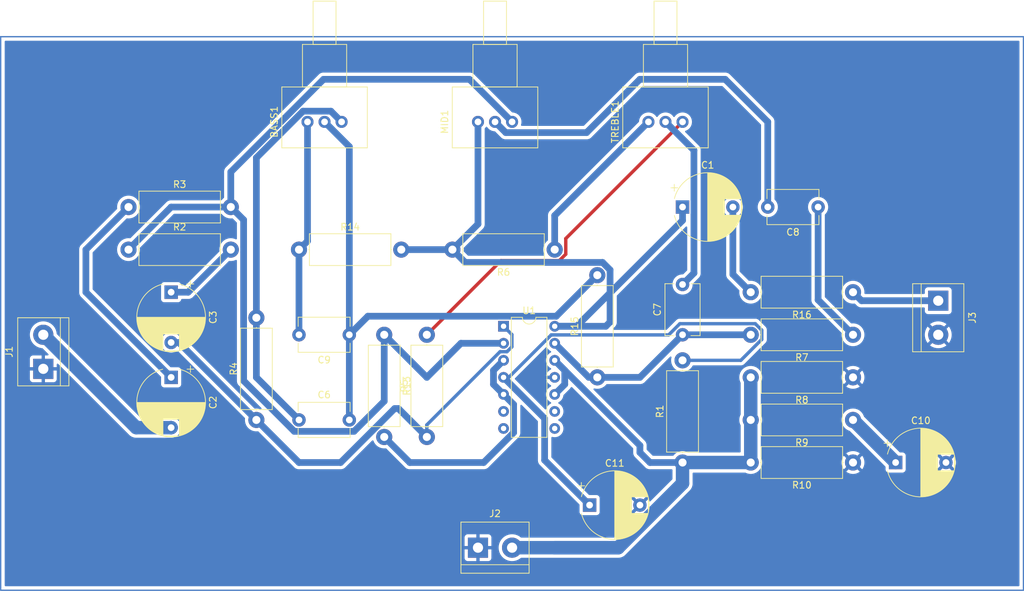
<source format=kicad_pcb>
(kicad_pcb (version 20221018) (generator pcbnew)
  (title_block (title "Active Tone Control Module ") (date "07.04.2023") (rev "1.0") (company "by Muxtar_Safarov"))
  (layers (0 "F.Cu" signal) (31 "B.Cu" signal) (34 "B.Paste" user) (35 "F.Paste" user) (36 "B.SilkS" user "B.Silkscreen") (37 "F.SilkS" user "F.Silkscreen") (38 "B.Mask" user) (39 "F.Mask" user) (44 "Edge.Cuts" user))
  (net 0 "")
  (net 1 "Net-(BASS1-Pad1)")
  (net 2 "BASS")
  (net 3 "Net-(BASS1-Pad3)")
  (net 4 "P4 Vout")
  (net 5 "Net-(C1-Pad2)")
  (net 6 "Net-(C2-Pad1)")
  (net 7 "Net-(J1-Pin_2)")
  (net 8 "Net-(C3-Pad1)")
  (net 9 "CONN")
  (net 10 "Net-(U1D--)")
  (net 11 "TREBLE")
  (net 12 "Net-(C8-Pad1)")
  (net 13 "MID")
  (net 14 "Net-(C10-Pad1)")
  (net 15 "Earth")
  (net 16 "Net-(U1E-V+)")
  (net 17 "VCC")
  (net 18 "Net-(J3-Pin_1)")
  (net 19 "Net-(U1A--)")
  (net 20 "Net-(R5-Pad2)")
  (net 21 "Net-(R6-Pad1)")
  (net 22 "Net-(U1A-+)")
  (footprint "Resistor_THT:R_Axial_DIN0414_L11.9mm_D4.5mm_P15.24mm_Horizontal" (layer "F.Cu") (at 57.15 57.15)
    (fp_text reference "R3" (at 7.62 -3.37) (layer "F.SilkS"))
    (fp_text value "47K")
    (pad "1" thru_hole circle (at 0 0) (size 2.4 2.4) (drill 1.2) (layers "*.Cu" "*.Mask") (net 6 "Net-(C2-Pad1)"))
    (pad "2" thru_hole oval (at 15.24 0) (size 2.4 2.4) (drill 1.2) (layers "*.Cu" "*.Mask") (net 19 "Net-(U1A--)"))
  )
  (footprint "Capacitor_THT:C_Disc_D7.5mm_W5.0mm_P7.50mm" (layer "F.Cu") (at 82.55 88.9)
    (fp_text reference "C6" (at 3.75 -3.75) (layer "F.SilkS"))
    (fp_text value "22nF")
    (pad "1" thru_hole circle (at 0 0) (size 2 2) (drill 1) (layers "*.Cu" "*.Mask") (net 1 "Net-(BASS1-Pad1)"))
    (pad "2" thru_hole circle (at 7.5 0) (size 2 2) (drill 1) (layers "*.Cu" "*.Mask") (net 2 "BASS"))
  )
  (footprint "TerminalBlock:TerminalBlock_bornier-2_P5.08mm" (layer "F.Cu") (at 109.22 107.95)
    (fp_text reference "J2" (at 2.54 -5.08) (layer "F.SilkS"))
    (fp_text value "VCC")
    (pad "1" thru_hole rect (at 0 0) (size 3 3) (drill 1.52) (layers "*.Cu" "*.Mask") (net 15 "Earth"))
    (pad "2" thru_hole circle (at 5.08 0) (size 3 3) (drill 1.52) (layers "*.Cu" "*.Mask") (net 17 "VCC"))
  )
  (footprint "Capacitor_THT:CP_Radial_D10.0mm_P7.50mm" (layer "F.Cu") (at 171.45 95.25)
    (fp_text reference "C10" (at 3.75 -6.25) (layer "F.SilkS"))
    (fp_text value "47uF")
    (pad "1" thru_hole rect (at 0 0) (size 2 2) (drill 1) (layers "*.Cu" "*.Mask") (net 14 "Net-(C10-Pad1)"))
    (pad "2" thru_hole circle (at 7.5 0) (size 2 2) (drill 1) (layers "*.Cu" "*.Mask") (net 15 "Earth"))
  )
  (footprint "Capacitor_THT:CP_Radial_D10.0mm_P7.50mm" (layer "F.Cu") (at 63.5 69.85 -90)
    (fp_text reference "C3" (at 3.75 -6.25 90) (layer "F.SilkS"))
    (fp_text value "1uF")
    (pad "1" thru_hole rect (at 0 0 270) (size 2 2) (drill 1) (layers "*.Cu" "*.Mask") (net 8 "Net-(C3-Pad1)"))
    (pad "2" thru_hole circle (at 7.5 0 270) (size 2 2) (drill 1) (layers "*.Cu" "*.Mask") (net 9 "CONN"))
  )
  (footprint "Resistor_THT:R_Axial_DIN0414_L11.9mm_D4.5mm_P15.24mm_Horizontal" (layer "F.Cu") (at 57.15 63.5)
    (fp_text reference "R2" (at 7.62 -3.37) (layer "F.SilkS"))
    (fp_text value "22K")
    (pad "1" thru_hole circle (at 0 0) (size 2.4 2.4) (drill 1.2) (layers "*.Cu" "*.Mask") (net 19 "Net-(U1A--)"))
    (pad "2" thru_hole oval (at 15.24 0) (size 2.4 2.4) (drill 1.2) (layers "*.Cu" "*.Mask") (net 8 "Net-(C3-Pad1)"))
  )
  (footprint "TerminalBlock:TerminalBlock_bornier-2_P5.08mm" (layer "F.Cu") (at 44.45 81.28 90)
    (fp_text reference "J1" (at 2.54 -5.08 90) (layer "F.SilkS"))
    (fp_text value "Sound INPUT ")
    (pad "1" thru_hole rect (at 0 0 90) (size 3 3) (drill 1.52) (layers "*.Cu" "*.Mask") (net 15 "Earth"))
    (pad "2" thru_hole circle (at 5.08 0 90) (size 3 3) (drill 1.52) (layers "*.Cu" "*.Mask") (net 7 "Net-(J1-Pin_2)"))
  )
  (footprint "Resistor_THT:R_Axial_DIN0414_L11.9mm_D4.5mm_P15.24mm_Horizontal" (layer "F.Cu") (at 101.6 91.44 90)
    (fp_text reference "R5" (at 7.62 -3.37 90) (layer "F.SilkS"))
    (fp_text value "1K")
    (pad "1" thru_hole circle (at 0 0 90) (size 2.4 2.4) (drill 1.2) (layers "*.Cu" "*.Mask") (net 9 "CONN"))
    (pad "2" thru_hole oval (at 15.24 0 90) (size 2.4 2.4) (drill 1.2) (layers "*.Cu" "*.Mask") (net 20 "Net-(R5-Pad2)"))
  )
  (footprint "Resistor_THT:R_Axial_DIN0414_L11.9mm_D4.5mm_P15.24mm_Horizontal" (layer "F.Cu") (at 139.7 95.25 90)
    (fp_text reference "R1" (at 7.62 -3.37 90) (layer "F.SilkS"))
    (fp_text value "270R")
    (pad "1" thru_hole circle (at 0 0 90) (size 2.4 2.4) (drill 1.2) (layers "*.Cu" "*.Mask") (net 17 "VCC"))
    (pad "2" thru_hole oval (at 15.24 0 90) (size 2.4 2.4) (drill 1.2) (layers "*.Cu" "*.Mask") (net 16 "Net-(U1E-V+)"))
  )
  (footprint "Resistor_THT:R_Axial_DIN0414_L11.9mm_D4.5mm_P15.24mm_Horizontal" (layer "F.Cu") (at 127 82.55 90)
    (fp_text reference "R15" (at 7.62 -3.37 90) (layer "F.SilkS"))
    (fp_text value "16K")
    (pad "1" thru_hole circle (at 0 0 90) (size 2.4 2.4) (drill 1.2) (layers "*.Cu" "*.Mask") (net 10 "Net-(U1D--)"))
    (pad "2" thru_hole oval (at 15.24 0 90) (size 2.4 2.4) (drill 1.2) (layers "*.Cu" "*.Mask") (net 2 "BASS"))
  )
  (footprint "Capacitor_THT:CP_Radial_D10.0mm_P7.50mm" (layer "F.Cu") (at 139.7 57.15)
    (fp_text reference "C1" (at 3.75 -6.25) (layer "F.SilkS"))
    (fp_text value "1uF")
    (pad "1" thru_hole rect (at 0 0) (size 2 2) (drill 1) (layers "*.Cu" "*.Mask") (net 4 "P4 Vout"))
    (pad "2" thru_hole circle (at 7.5 0) (size 2 2) (drill 1) (layers "*.Cu" "*.Mask") (net 5 "Net-(C1-Pad2)"))
  )
  (footprint "Potentiometer_THT:Potentiometer_Vishay_148-149_Single_Horizontal" (layer "F.Cu") (at 114.3 44.45 90)
    (fp_text reference "MID1" (at 0 -10.04 90) (layer "F.SilkS"))
    (fp_text value "100K")
    (pad "1" thru_hole circle (at 0 0 90) (size 1.8 1.8) (drill 1) (layers "*.Cu" "*.Mask") (net 19 "Net-(U1A--)"))
    (pad "2" thru_hole circle (at 0 -2.54 90) (size 1.8 1.8) (drill 1) (layers "*.Cu" "*.Mask") (net 13 "MID"))
    (pad "3" thru_hole circle (at 0 -5.08 90) (size 1.8 1.8) (drill 1) (layers "*.Cu" "*.Mask") (net 4 "P4 Vout"))
  )
  (footprint "Resistor_THT:R_Axial_DIN0414_L11.9mm_D4.5mm_P15.24mm_Horizontal" (layer "F.Cu") (at 165.1 82.55 180)
    (fp_text reference "R8" (at 7.62 -3.37) (layer "F.SilkS"))
    (fp_text value "10K")
    (pad "1" thru_hole circle (at 0 0 180) (size 2.4 2.4) (drill 1.2) (layers "*.Cu" "*.Mask") (net 15 "Earth"))
    (pad "2" thru_hole oval (at 15.24 0 180) (size 2.4 2.4) (drill 1.2) (layers "*.Cu" "*.Mask") (net 17 "VCC"))
  )
  (footprint "Capacitor_THT:C_Disc_D7.5mm_W5.0mm_P7.50mm" (layer "F.Cu") (at 159.9 57.15 180)
    (fp_text reference "C8" (at 3.75 -3.75) (layer "F.SilkS"))
    (fp_text value "10nF")
    (pad "1" thru_hole circle (at 0 0 180) (size 2 2) (drill 1) (layers "*.Cu" "*.Mask") (net 12 "Net-(C8-Pad1)"))
    (pad "2" thru_hole circle (at 7.5 0 180) (size 2 2) (drill 1) (layers "*.Cu" "*.Mask") (net 13 "MID"))
  )
  (footprint "Resistor_THT:R_Axial_DIN0414_L11.9mm_D4.5mm_P15.24mm_Horizontal" (layer "F.Cu") (at 120.65 63.5 180)
    (fp_text reference "R6" (at 7.62 -3.37) (layer "F.SilkS"))
    (fp_text value "10K")
    (pad "1" thru_hole circle (at 0 0 180) (size 2.4 2.4) (drill 1.2) (layers "*.Cu" "*.Mask") (net 21 "Net-(R6-Pad1)"))
    (pad "2" thru_hole oval (at 15.24 0 180) (size 2.4 2.4) (drill 1.2) (layers "*.Cu" "*.Mask") (net 4 "P4 Vout"))
  )
  (footprint "Capacitor_THT:C_Disc_D7.5mm_W5.0mm_P7.50mm" (layer "F.Cu") (at 139.7 76.2 90)
    (fp_text reference "C7" (at 3.75 -3.75 90) (layer "F.SilkS"))
    (fp_text value "3,3nF")
    (pad "1" thru_hole circle (at 0 0 90) (size 2 2) (drill 1) (layers "*.Cu" "*.Mask") (net 10 "Net-(U1D--)"))
    (pad "2" thru_hole circle (at 7.5 0 90) (size 2 2) (drill 1) (layers "*.Cu" "*.Mask") (net 11 "TREBLE"))
  )
  (footprint "Resistor_THT:R_Axial_DIN0414_L11.9mm_D4.5mm_P15.24mm_Horizontal" (layer "F.Cu") (at 165.1 95.25 180)
    (fp_text reference "R10" (at 7.62 -3.37) (layer "F.SilkS"))
    (fp_text value "10K")
    (pad "1" thru_hole circle (at 0 0 180) (size 2.4 2.4) (drill 1.2) (layers "*.Cu" "*.Mask") (net 15 "Earth"))
    (pad "2" thru_hole oval (at 15.24 0 180) (size 2.4 2.4) (drill 1.2) (layers "*.Cu" "*.Mask") (net 17 "VCC"))
  )
  (footprint "Resistor_THT:R_Axial_DIN0414_L11.9mm_D4.5mm_P15.24mm_Horizontal" (layer "F.Cu") (at 165.1 69.85 180)
    (fp_text reference "R16" (at 7.62 -3.37) (layer "F.SilkS"))
    (fp_text value "5,6K")
    (pad "1" thru_hole circle (at 0 0 180) (size 2.4 2.4) (drill 1.2) (layers "*.Cu" "*.Mask") (net 18 "Net-(J3-Pin_1)"))
    (pad "2" thru_hole oval (at 15.24 0 180) (size 2.4 2.4) (drill 1.2) (layers "*.Cu" "*.Mask") (net 5 "Net-(C1-Pad2)"))
  )
  (footprint "TerminalBlock:TerminalBlock_bornier-2_P5.08mm" (layer "F.Cu") (at 177.8 71.12 -90)
    (fp_text reference "J3" (at 2.54 -5.08 90) (layer "F.SilkS"))
    (fp_text value "Amplifier ")
    (pad "1" thru_hole rect (at 0 0 270) (size 3 3) (drill 1.52) (layers "*.Cu" "*.Mask") (net 18 "Net-(J3-Pin_1)"))
    (pad "2" thru_hole circle (at 5.08 0 270) (size 3 3) (drill 1.52) (layers "*.Cu" "*.Mask") (net 15 "Earth"))
  )
  (footprint "Resistor_THT:R_Axial_DIN0414_L11.9mm_D4.5mm_P15.24mm_Horizontal" (layer "F.Cu") (at 165.1 76.2 180)
    (fp_text reference "R7" (at 7.62 -3.37) (layer "F.SilkS"))
    (fp_text value "22K")
    (pad "1" thru_hole circle (at 0 0 180) (size 2.4 2.4) (drill 1.2) (layers "*.Cu" "*.Mask") (net 12 "Net-(C8-Pad1)"))
    (pad "2" thru_hole oval (at 15.24 0 180) (size 2.4 2.4) (drill 1.2) (layers "*.Cu" "*.Mask") (net 10 "Net-(U1D--)"))
  )
  (footprint "Resistor_THT:R_Axial_DIN0414_L11.9mm_D4.5mm_P15.24mm_Horizontal" (layer "F.Cu") (at 95.25 76.2 -90)
    (fp_text reference "R13" (at 7.62 -3.37 90) (layer "F.SilkS"))
    (fp_text value "22K")
    (pad "1" thru_hole circle (at 0 0 270) (size 2.4 2.4) (drill 1.2) (layers "*.Cu" "*.Mask") (net 19 "Net-(U1A--)"))
    (pad "2" thru_hole oval (at 15.24 0 270) (size 2.4 2.4) (drill 1.2) (layers "*.Cu" "*.Mask") (net 22 "Net-(U1A-+)"))
  )
  (footprint "Resistor_THT:R_Axial_DIN0414_L11.9mm_D4.5mm_P15.24mm_Horizontal" (layer "F.Cu") (at 165.1 88.9 180)
    (fp_text reference "R9" (at 7.62 -3.37) (layer "F.SilkS"))
    (fp_text value "10K")
    (pad "1" thru_hole circle (at 0 0 180) (size 2.4 2.4) (drill 1.2) (layers "*.Cu" "*.Mask") (net 14 "Net-(C10-Pad1)"))
    (pad "2" thru_hole oval (at 15.24 0 180) (size 2.4 2.4) (drill 1.2) (layers "*.Cu" "*.Mask") (net 17 "VCC"))
  )
  (footprint "Potentiometer_THT:Potentiometer_Vishay_148-149_Single_Horizontal" (layer "F.Cu") (at 88.9 44.45 90)
    (fp_text reference "BASS1" (at 0 -10.04 90) (layer "F.SilkS"))
    (fp_text value "100K")
    (pad "1" thru_hole circle (at 0 0 90) (size 1.8 1.8) (drill 1) (layers "*.Cu" "*.Mask") (net 1 "Net-(BASS1-Pad1)"))
    (pad "2" thru_hole circle (at 0 -2.54 90) (size 1.8 1.8) (drill 1) (layers "*.Cu" "*.Mask") (net 2 "BASS"))
    (pad "3" thru_hole circle (at 0 -5.08 90) (size 1.8 1.8) (drill 1) (layers "*.Cu" "*.Mask") (net 3 "Net-(BASS1-Pad3)"))
  )
  (footprint "Capacitor_THT:C_Disc_D7.5mm_W5.0mm_P7.50mm" (layer "F.Cu") (at 90.05 76.2 180)
    (fp_text reference "C9" (at 3.75 -3.75) (layer "F.SilkS"))
    (fp_text value "22nF")
    (pad "1" thru_hole circle (at 0 0 180) (size 2 2) (drill 1) (layers "*.Cu" "*.Mask") (net 2 "BASS"))
    (pad "2" thru_hole circle (at 7.5 0 180) (size 2 2) (drill 1) (layers "*.Cu" "*.Mask") (net 3 "Net-(BASS1-Pad3)"))
  )
  (footprint "Resistor_THT:R_Axial_DIN0414_L11.9mm_D4.5mm_P15.24mm_Horizontal" (layer "F.Cu") (at 82.55 63.5)
    (fp_text reference "R14" (at 7.62 -3.37) (layer "F.SilkS"))
    (fp_text value "10K")
    (pad "1" thru_hole circle (at 0 0) (size 2.4 2.4) (drill 1.2) (layers "*.Cu" "*.Mask") (net 3 "Net-(BASS1-Pad3)"))
    (pad "2" thru_hole oval (at 15.24 0) (size 2.4 2.4) (drill 1.2) (layers "*.Cu" "*.Mask") (net 4 "P4 Vout"))
  )
  (footprint "Potentiometer_THT:Potentiometer_Vishay_148-149_Single_Horizontal" (layer "F.Cu") (at 139.7 44.45 90)
    (fp_text reference "TREBLE1" (at 0 -10.04 90) (layer "F.SilkS"))
    (fp_text value "100K")
    (pad "1" thru_hole circle (at 0 0 90) (size 1.8 1.8) (drill 1) (layers "*.Cu" "*.Mask") (net 20 "Net-(R5-Pad2)"))
    (pad "2" thru_hole circle (at 0 -2.54 90) (size 1.8 1.8) (drill 1) (layers "*.Cu" "*.Mask") (net 11 "TREBLE"))
    (pad "3" thru_hole circle (at 0 -5.08 90) (size 1.8 1.8) (drill 1) (layers "*.Cu" "*.Mask") (net 21 "Net-(R6-Pad1)"))
  )
  (footprint "Capacitor_THT:CP_Radial_D10.0mm_P7.50mm" (layer "F.Cu") (at 63.5 82.55 -90)
    (fp_text reference "C2" (at 3.75 -6.25 90) (layer "F.SilkS"))
    (fp_text value "1uF")
    (pad "1" thru_hole rect (at 0 0 270) (size 2 2) (drill 1) (layers "*.Cu" "*.Mask") (net 6 "Net-(C2-Pad1)"))
    (pad "2" thru_hole circle (at 7.5 0 270) (size 2 2) (drill 1) (layers "*.Cu" "*.Mask") (net 7 "Net-(J1-Pin_2)"))
  )
  (footprint "Resistor_THT:R_Axial_DIN0414_L11.9mm_D4.5mm_P15.24mm_Horizontal" (layer "F.Cu") (at 76.2 88.9 90)
    (fp_text reference "R4" (at 7.62 -3.37 90) (layer "F.SilkS"))
    (fp_text value "10K")
    (pad "1" thru_hole circle (at 0 0 90) (size 2.4 2.4) (drill 1.2) (layers "*.Cu" "*.Mask") (net 9 "CONN"))
    (pad "2" thru_hole oval (at 15.24 0 90) (size 2.4 2.4) (drill 1.2) (layers "*.Cu" "*.Mask") (net 1 "Net-(BASS1-Pad1)"))
  )
  (footprint "Capacitor_THT:CP_Radial_D10.0mm_P7.50mm" (layer "F.Cu") (at 125.85 101.6)
    (fp_text reference "C11" (at 3.75 -6.25) (layer "F.SilkS"))
    (fp_text value "330uF")
    (pad "1" thru_hole rect (at 0 0) (size 2 2) (drill 1) (layers "*.Cu" "*.Mask") (net 16 "Net-(U1E-V+)"))
    (pad "2" thru_hole circle (at 7.5 0) (size 2 2) (drill 1) (layers "*.Cu" "*.Mask") (net 15 "Earth"))
  )
  (footprint "Package_DIP:DIP-14_W7.62mm" (layer "F.Cu") (at 113.03 74.93)
    (fp_text reference "U1" (at 3.81 -2.33) (layer "F.SilkS"))
    (fp_text value "TL074")
    (pad "1" thru_hole rect (at 0 0) (size 1.6 1.6) (drill 0.8) (layers "*.Cu" "*.Mask") (net 9 "CONN"))
    (pad "2" thru_hole oval (at 0 2.54) (size 1.6 1.6) (drill 0.8) (layers "*.Cu" "*.Mask") (net 19 "Net-(U1A--)"))
    (pad "3" thru_hole oval (at 0 5.08) (size 1.6 1.6) (drill 0.8) (layers "*.Cu" "*.Mask") (net 22 "Net-(U1A-+)"))
    (pad "4" thru_hole oval (at 0 7.62) (size 1.6 1.6) (drill 0.8) (layers "*.Cu" "*.Mask") (net 16 "Net-(U1E-V+)"))
    (pad "5" thru_hole oval (at 0 10.16) (size 1.6 1.6) (drill 0.8) (layers "*.Cu" "*.Mask") (net 22 "Net-(U1A-+)"))
    (pad "6" thru_hole oval (at 0 12.7) (size 1.6 1.6) (drill 0.8) (layers "*.Cu" "*.Mask"))
    (pad "7" thru_hole oval (at 0 15.24) (size 1.6 1.6) (drill 0.8) (layers "*.Cu" "*.Mask"))
    (pad "8" thru_hole oval (at 7.62 15.24) (size 1.6 1.6) (drill 0.8) (layers "*.Cu" "*.Mask"))
    (pad "9" thru_hole oval (at 7.62 12.7) (size 1.6 1.6) (drill 0.8) (layers "*.Cu" "*.Mask"))
    (pad "10" thru_hole oval (at 7.62 10.16) (size 1.6 1.6) (drill 0.8) (layers "*.Cu" "*.Mask") (net 17 "VCC"))
    (pad "11" thru_hole oval (at 7.62 7.62) (size 1.6 1.6) (drill 0.8) (layers "*.Cu" "*.Mask") (net 15 "Earth"))
    (pad "12" thru_hole oval (at 7.62 5.08) (size 1.6 1.6) (drill 0.8) (layers "*.Cu" "*.Mask") (net 17 "VCC"))
    (pad "13" thru_hole oval (at 7.62 2.54) (size 1.6 1.6) (drill 0.8) (layers "*.Cu" "*.Mask") (net 10 "Net-(U1D--)"))
    (pad "14" thru_hole oval (at 7.62 0) (size 1.6 1.6) (drill 0.8) (layers "*.Cu" "*.Mask") (net 4 "P4 Vout"))
  )
  (gr_rect (start 38.1 31.75) (end 190.5 114.3) (stroke (width 0.2)) (fill none) (layer "B.Cu"))
  (segment (start 76.2 49.807258) (end 83.157258 42.85) (width 1) (layer "B.Cu") (net 1))
  (segment (start 76.2 82.55) (end 76.2 73.66) (width 1) (layer "B.Cu") (net 1))
  (segment (start 87.3 42.85) (end 88.9 44.45) (width 1) (layer "B.Cu") (net 1))
  (segment (start 76.2 73.66) (end 76.2 49.807258) (width 1) (layer "B.Cu") (net 1))
  (segment (start 83.157258 42.85) (end 87.3 42.85) (width 1) (layer "B.Cu") (net 1))
  (segment (start 82.55 88.9) (end 76.2 82.55) (width 1) (layer "B.Cu") (net 1))
  (segment (start 90.05 76.2) (end 92.82 73.43) (width 1) (layer "B.Cu") (net 2))
  (segment (start 90.05 76.2) (end 90.05 88.9) (width 1) (layer "B.Cu") (net 2))
  (segment (start 90.05 48.14) (end 86.36 44.45) (width 1) (layer "B.Cu") (net 2))
  (segment (start 90.05 76.2) (end 90.05 48.14) (width 1) (layer "B.Cu") (net 2))
  (segment (start 92.82 73.43) (end 120.88 73.43) (width 1) (layer "B.Cu") (net 2))
  (segment (start 120.88 73.43) (end 127 67.31) (width 1) (layer "B.Cu") (net 2))
  (segment (start 82.55 63.5) (end 82.55 76.2) (width 1) (layer "B.Cu") (net 3))
  (segment (start 83.82 44.45) (end 83.82 62.23) (width 1) (layer "B.Cu") (net 3))
  (segment (start 83.82 62.23) (end 82.55 63.5) (width 1) (layer "B.Cu") (net 3))
  (segment (start 128.9 66.522994) (end 128.9 74.3) (width 1) (layer "B.Cu") (net 4))
  (segment (start 97.79 63.5) (end 105.41 63.5) (width 1) (layer "B.Cu") (net 4))
  (segment (start 105.41 63.5) (end 109.22 59.69) (width 1) (layer "B.Cu") (net 4))
  (segment (start 109.22 59.69) (end 109.22 44.45) (width 1) (layer "B.Cu") (net 4))
  (segment (start 105.41 63.5) (end 107.32 65.41) (width 1) (layer "B.Cu") (net 4))
  (segment (start 128.9 74.3) (end 128.27 74.93) (width 1) (layer "B.Cu") (net 4))
  (segment (start 123.92 74.93) (end 120.65 74.93) (width 1) (layer "B.Cu") (net 4))
  (segment (start 127.787006 65.41) (end 128.9 66.522994) (width 1) (layer "B.Cu") (net 4))
  (segment (start 128.27 74.93) (end 120.65 74.93) (width 1) (layer "B.Cu") (net 4))
  (segment (start 107.32 65.41) (end 127.787006 65.41) (width 1) (layer "B.Cu") (net 4))
  (segment (start 139.7 59.15) (end 123.92 74.93) (width 1) (layer "B.Cu") (net 4))
  (segment (start 139.7 57.15) (end 139.7 59.15) (width 1) (layer "B.Cu") (net 4))
  (segment (start 149.86 69.85) (end 147.2 67.19) (width 1) (layer "B.Cu") (net 5))
  (segment (start 147.2 67.19) (end 147.2 57.15) (width 1) (layer "B.Cu") (net 5))
  (segment (start 50.8 69.85) (end 50.8 63.5) (width 1) (layer "B.Cu") (net 6))
  (segment (start 63.5 82.55) (end 50.8 69.85) (width 1) (layer "B.Cu") (net 6))
  (segment (start 50.8 63.5) (end 57.15 57.15) (width 1) (layer "B.Cu") (net 6))
  (segment (start 58.3 90.05) (end 44.45 76.2) (width 2) (layer "B.Cu") (net 7))
  (segment (start 63.5 90.05) (end 58.3 90.05) (width 2) (layer "B.Cu") (net 7))
  (segment (start 72.39 63.5) (end 66.04 69.85) (width 1) (layer "B.Cu") (net 8))
  (segment (start 66.04 69.85) (end 63.5 69.85) (width 1) (layer "B.Cu") (net 8))
  (segment (start 101.83 91.67) (end 101.6 91.44) (width 1) (layer "F.Cu") (net 9))
  (segment (start 64.65 77.35) (end 63.5 77.35) (width 1) (layer "B.Cu") (net 9))
  (segment (start 113.547767 78.72) (end 114.28 77.987767) (width 0.5) (layer "B.Cu") (net 9))
  (segment (start 112.512233 78.72) (end 113.547767 78.72) (width 0.5) (layer "B.Cu") (net 9))
  (segment (start 88.752994 95.25) (end 82.55 95.25) (width 1) (layer "B.Cu") (net 9))
  (segment (start 101.6 91.44) (end 101.6 89.632233) (width 0.5) (layer "B.Cu") (net 9))
  (segment (start 101.6 91.44) (end 97.36 87.2) (width 1) (layer "B.Cu") (net 9))
  (segment (start 114.28 77.987767) (end 114.28 76.18) (width 0.5) (layer "B.Cu") (net 9))
  (segment (start 101.6 89.632233) (end 112.512233 78.72) (width 0.5) (layer "B.Cu") (net 9))
  (segment (start 97.36 87.2) (end 96.802994 87.2) (width 1) (layer "B.Cu") (net 9))
  (segment (start 82.55 95.25) (end 76.2 88.9) (width 1) (layer "B.Cu") (net 9))
  (segment (start 114.28 76.18) (end 113.03 74.93) (width 0.5) (layer "B.Cu") (net 9))
  (segment (start 76.2 88.9) (end 64.65 77.35) (width 1) (layer "B.Cu") (net 9))
  (segment (start 96.802994 87.2) (end 88.752994 95.25) (width 1) (layer "B.Cu") (net 9))
  (segment (start 149.86 76.2) (end 139.7 76.2) (width 1) (layer "B.Cu") (net 10))
  (segment (start 127 82.55) (end 125.73 82.55) (width 1) (layer "B.Cu") (net 10))
  (segment (start 133.35 82.55) (end 127 82.55) (width 1) (layer "B.Cu") (net 10))
  (segment (start 139.7 76.2) (end 133.35 82.55) (width 1) (layer "B.Cu") (net 10))
  (segment (start 125.73 82.55) (end 120.65 77.47) (width 1) (layer "B.Cu") (net 10))
  (segment (start 141.4 67) (end 139.7 68.7) (width 1) (layer "B.Cu") (net 11))
  (segment (start 141.4 48.69) (end 141.4 67) (width 1) (layer "B.Cu") (net 11))
  (segment (start 137.16 44.45) (end 141.4 48.69) (width 1) (layer "B.Cu") (net 11))
  (segment (start 165.1 76.2) (end 159.9 71) (width 1) (layer "B.Cu") (net 12))
  (segment (start 159.9 71) (end 159.9 57.15) (width 1) (layer "B.Cu") (net 12))
  (segment (start 113.36 46.05) (end 125.4 46.05) (width 1) (layer "B.Cu") (net 13))
  (segment (start 125.4 46.05) (end 133.35 38.1) (width 1) (layer "B.Cu") (net 13))
  (segment (start 111.76 44.45) (end 113.36 46.05) (width 1) (layer "B.Cu") (net 13))
  (segment (start 152.4 44.45) (end 152.4 57.15) (width 1) (layer "B.Cu") (net 13))
  (segment (start 133.35 38.1) (end 146.05 38.1) (width 1) (layer "B.Cu") (net 13))
  (segment (start 146.05 38.1) (end 152.4 44.45) (width 1) (layer "B.Cu") (net 13))
  (segment (start 171.45 95.25) (end 165.1 88.9) (width 2) (layer "B.Cu") (net 14))
  (segment (start 150.543453 74.55) (end 139.29939 74.55) (width 0.5) (layer "B.Cu") (net 16))
  (segment (start 139.7 80.01) (end 148.383453 80.01) (width 0.5) (layer "B.Cu") (net 16))
  (segment (start 151.51 76.883453) (end 151.51 75.516547) (width 0.5) (layer "B.Cu") (net 16))
  (segment (start 139.29939 74.55) (end 137.62939 76.22) (width 0.5) (layer "B.Cu") (net 16))
  (segment (start 119.15 88.67) (end 113.03 82.55) (width 1) (layer "B.Cu") (net 16))
  (segment (start 113.802233 82.55) (end 113.03 82.55) (width 0.5) (layer "B.Cu") (net 16))
  (segment (start 120.132233 76.22) (end 113.802233 82.55) (width 0.5) (layer "B.Cu") (net 16))
  (segment (start 119.15 94.9) (end 119.15 88.67) (width 1) (layer "B.Cu") (net 16))
  (segment (start 125.85 101.6) (end 119.15 94.9) (width 1) (layer "B.Cu") (net 16))
  (segment (start 151.51 75.516547) (end 150.543453 74.55) (width 0.5) (layer "B.Cu") (net 16))
  (segment (start 148.383453 80.01) (end 151.51 76.883453) (width 0.5) (layer "B.Cu") (net 16))
  (segment (start 137.62939 76.22) (end 120.132233 76.22) (width 0.5) (layer "B.Cu") (net 16))
  (segment (start 133.35 92.71) (end 120.65 80.01) (width 1) (layer "B.Cu") (net 17))
  (segment (start 130.11127 107.95) (end 139.7 98.36127) (width 2) (layer "B.Cu") (net 17))
  (segment (start 149.86 95.25) (end 149.86 88.9) (width 2) (layer "B.Cu") (net 17))
  (segment (start 133.35 93.75) (end 133.35 92.71) (width 1) (layer "B.Cu") (net 17))
  (segment (start 149.86 82.55) (end 149.86 88.9) (width 2) (layer "B.Cu") (net 17))
  (segment (start 134.85 95.25) (end 133.35 93.75) (width 1) (layer "B.Cu") (net 17))
  (segment (start 149.86 95.25) (end 139.7 95.25) (width 2) (layer "B.Cu") (net 17))
  (segment (start 122.15 81.51) (end 122.15 83.59) (width 1) (layer "B.Cu") (net 17))
  (segment (start 130.11127 107.95) (end 120.65 107.95) (width 2) (layer "B.Cu") (net 17))
  (segment (start 114.3 107.95) (end 130.11127 107.95) (width 2) (layer "B.Cu") (net 17))
  (segment (start 139.7 95.25) (end 134.85 95.25) (width 1) (layer "B.Cu") (net 17))
  (segment (start 120.65 80.01) (end 122.15 81.51) (width 1) (layer "B.Cu") (net 17))
  (segment (start 122.15 83.59) (end 120.65 85.09) (width 1) (layer "B.Cu") (net 17))
  (segment (start 139.7 98.36127) (end 139.7 95.25) (width 2) (layer "B.Cu") (net 17))
  (segment (start 177.8 71.12) (end 166.37 71.12) (width 1) (layer "B.Cu") (net 18))
  (segment (start 166.37 71.12) (end 165.1 69.85) (width 1) (layer "B.Cu") (net 18))
  (segment (start 107.95 38.1) (end 114.3 44.45) (width 1) (layer "B.Cu") (net 19))
  (segment (start 95.25 76.2) (end 101.6 82.55) (width 1) (layer "B.Cu") (net 19))
  (segment (start 95.25 86.104164) (end 90.754164 90.6) (width 1) (layer "B.Cu") (net 19))
  (segment (start 72.39 51.920202) (end 86.210202 38.1) (width 1) (layer "B.Cu") (net 19))
  (segment (start 72.39 57.15) (end 72.39 51.920202) (width 1) (layer "B.Cu") (net 19))
  (segment (start 74.3 59.06) (end 72.39 57.15) (width 1) (layer "B.Cu") (net 19))
  (segment (start 106.68 77.47) (end 113.03 77.47) (width 1) (layer "B.Cu") (net 19))
  (segment (start 95.25 76.2) (end 95.25 86.104164) (width 1) (layer "B.Cu") (net 19))
  (segment (start 86.210202 38.1) (end 107.95 38.1) (width 1) (layer "B.Cu") (net 19))
  (segment (start 90.754164 90.6) (end 81.845836 90.6) (width 1) (layer "B.Cu") (net 19))
  (segment (start 101.6 82.55) (end 106.68 77.47) (width 1) (layer "B.Cu") (net 19))
  (segment (start 74.3 83.054164) (end 74.3 59.06) (width 1) (layer "B.Cu") (net 19))
  (segment (start 63.5 57.15) (end 57.15 63.5) (width 1) (layer "B.Cu") (net 19))
  (segment (start 81.845836 90.6) (end 74.3 83.054164) (width 1) (layer "B.Cu") (net 19))
  (segment (start 72.39 57.15) (end 63.5 57.15) (width 1) (layer "B.Cu") (net 19))
  (segment (start 122.3 64.183453) (end 121.333453 65.15) (width 0.5) (layer "F.Cu") (net 20))
  (segment (start 112.65 65.15) (end 101.6 76.2) (width 0.5) (layer "F.Cu") (net 20))
  (segment (start 139.7 44.45) (end 122.3 61.85) (width 0.5) (layer "F.Cu") (net 20))
  (segment (start 122.3 61.85) (end 122.3 64.183453) (width 0.5) (layer "F.Cu") (net 20))
  (segment (start 121.333453 65.15) (end 112.65 65.15) (width 0.5) (layer "F.Cu") (net 20))
  (segment (start 134.62 44.45) (end 120.65 58.42) (width 1) (layer "B.Cu") (net 21))
  (segment (start 120.65 58.42) (end 120.65 63.5) (width 1) (layer "B.Cu") (net 21))
  (segment (start 113.03 85.09) (end 111.53 83.59) (width 1) (layer "B.Cu") (net 22))
  (segment (start 111.53 83.59) (end 111.53 81.51) (width 1) (layer "B.Cu") (net 22))
  (segment (start 99.06 95.25) (end 110.071321 95.25) (width 1) (layer "B.Cu") (net 22))
  (segment (start 110.071321 95.25) (end 114.53 90.791321) (width 1) (layer "B.Cu") (net 22))
  (segment (start 114.53 90.791321) (end 114.53 86.59) (width 1) (layer "B.Cu") (net 22))
  (segment (start 111.53 81.51) (end 113.03 80.01) (width 1) (layer "B.Cu") (net 22))
  (segment (start 95.25 91.44) (end 99.06 95.25) (width 1) (layer "B.Cu") (net 22))
  (segment (start 114.53 86.59) (end 113.03 85.09) (width 1) (layer "B.Cu") (net 22))
  (zone (net 15) (net_name "Earth") (layer "B.Cu") (connect_pads (clearance 0.5)) (min_thickness 0.25) (fill yes (thermal_gap 0.5) (thermal_bridge_width 0.5))
    (polygon (pts (xy 38.1 31.75) (xy 38.1 114.3) (xy 190.5 114.3) (xy 190.5 31.75)))
  )
)
</source>
